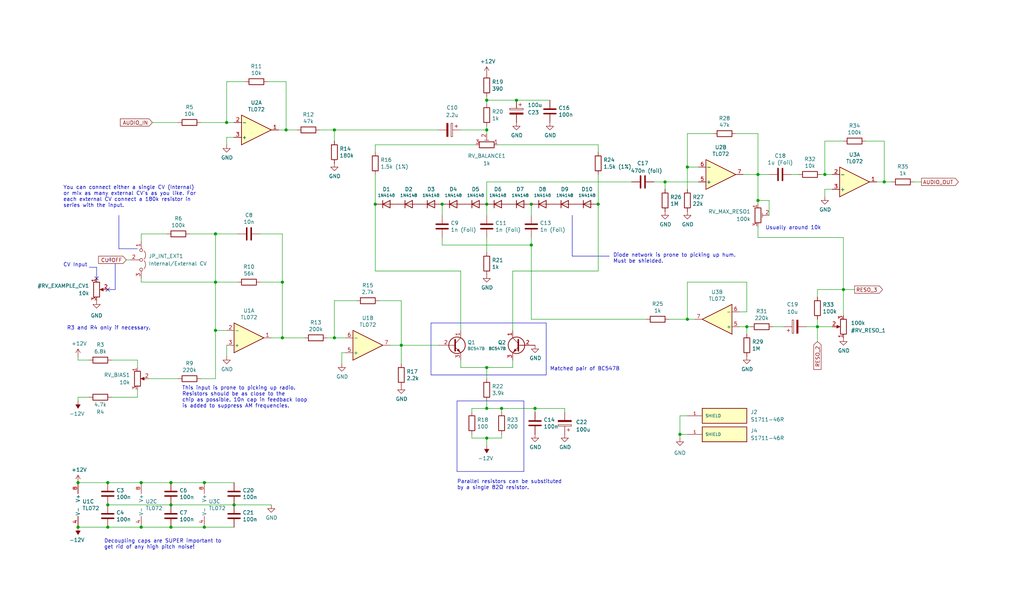
<source format=kicad_sch>
(kicad_sch (version 20231120) (generator "eeschema") (generator_version "8.0")
  (paper "User" 350.012 210.007)
  (title_block (title "Steiner-Parker VCF") (date "2022-04-02") (rev "1.0") (company "Shmøergh") (comment 1 "All resistors are 1% except when noted.") (comment 2 "Panel grounds to be star-linked on panel. See \"Power\" sheet for panel ground output."))
  (lib_symbols
    (symbol "Amplifier_Operational:TL072" (pin_names (offset 0.127))
      (property "Reference" "U" (at 0 5.08 0))
      (property "Value" "TL072" (at 0 -5.08 0))
      (symbol "TL072_1_1"
        (polyline (pts (xy -5.08 5.08) (xy 5.08 0) (xy -5.08 -5.08) (xy -5.08 5.08)) (stroke (width 0.254)) (fill (type background)))
        (pin output line (at 7.62 0 180) (length 2.54) (name "~") (number "1"))
        (pin input line (at -7.62 -2.54 0) (length 2.54) (name "-") (number "2"))
        (pin input line (at -7.62 2.54 0) (length 2.54) (name "+") (number "3"))
      )
      (symbol "TL072_2_1"
        (polyline (pts (xy -5.08 5.08) (xy 5.08 0) (xy -5.08 -5.08) (xy -5.08 5.08)) (stroke (width 0.254)) (fill (type background)))
        (pin input line (at -7.62 2.54 0) (length 2.54) (name "+") (number "5"))
        (pin input line (at -7.62 -2.54 0) (length 2.54) (name "-") (number "6"))
        (pin output line (at 7.62 0 180) (length 2.54) (name "~") (number "7"))
      )
      (symbol "TL072_3_1"
        (pin power_in line (at -2.54 -7.62 90) (length 3.81) (name "V-") (number "4"))
        (pin power_in line (at -2.54 7.62 270) (length 3.81) (name "V+") (number "8"))
      )
    )
    (symbol "Device:C" (pin_numbers hide) (pin_names (offset 0.254))
      (property "Reference" "C" (at 0.635 2.54 0))
      (property "Value" "C" (at 0.635 -2.54 0))
      (symbol "C_0_1"
        (polyline (pts (xy -2.032 -0.762) (xy 2.032 -0.762)) (stroke (width 0.508)))
        (polyline (pts (xy -2.032 0.762) (xy 2.032 0.762)) (stroke (width 0.508)))
      )
      (symbol "C_1_1"
        (pin passive line (at 0 3.81 270) (length 2.794) (name "~") (number "1"))
        (pin passive line (at 0 -3.81 90) (length 2.794) (name "~") (number "2"))
      )
    )
    (symbol "Device:C_Polarized" (pin_numbers hide) (pin_names (offset 0.254))
      (property "Reference" "C" (at 0.635 2.54 0))
      (property "Value" "C_Polarized" (at 0.635 -2.54 0))
      (symbol "C_Polarized_0_1"
        (rectangle (start -2.286 0.508) (end 2.286 1.016))
        (polyline (pts (xy -1.778 2.286) (xy -0.762 2.286)))
        (polyline (pts (xy -1.27 2.794) (xy -1.27 1.778)))
        (rectangle (start 2.286 -0.508) (end -2.286 -1.016) (fill (type outline)))
      )
      (symbol "C_Polarized_1_1"
        (pin passive line (at 0 3.81 270) (length 2.794) (name "~") (number "1"))
        (pin passive line (at 0 -3.81 90) (length 2.794) (name "~") (number "2"))
      )
    )
    (symbol "Device:D" (pin_numbers hide) (pin_names (offset 1.016) hide)
      (property "Reference" "D" (at 0 2.54 0))
      (property "Value" "D" (at 0 -2.54 0))
      (symbol "D_0_1"
        (polyline (pts (xy -1.27 1.27) (xy -1.27 -1.27)) (stroke (width 0.254)))
        (polyline (pts (xy 1.27 0) (xy -1.27 0)))
        (polyline (pts (xy 1.27 1.27) (xy 1.27 -1.27) (xy -1.27 0) (xy 1.27 1.27)) (stroke (width 0.254)))
      )
      (symbol "D_1_1"
        (pin passive line (at -3.81 0 0) (length 2.54) (name "K") (number "1"))
        (pin passive line (at 3.81 0 180) (length 2.54) (name "A") (number "2"))
      )
    )
    (symbol "Device:R" (pin_numbers hide) (pin_names (offset 0))
      (property "Reference" "R" (at 2.032 0 90))
      (property "Value" "R" (at 0 0 90))
      (symbol "R_0_1"
        (rectangle (start -1.016 -2.54) (end 1.016 2.54) (stroke (width 0.254)))
      )
      (symbol "R_1_1"
        (pin passive line (at 0 3.81 270) (length 1.27) (name "~") (number "1"))
        (pin passive line (at 0 -3.81 90) (length 1.27) (name "~") (number "2"))
      )
    )
    (symbol "Device:R_Potentiometer" (pin_names (offset 1.016) hide)
      (property "Reference" "RV" (at -4.445 0 90))
      (property "Value" "R_Potentiometer" (at -2.54 0 90))
      (symbol "R_Potentiometer_0_1"
        (polyline (pts (xy 2.54 0) (xy 1.524 0)))
        (polyline (pts (xy 1.143 0) (xy 2.286 0.508) (xy 2.286 -0.508) (xy 1.143 0)) (fill (type outline)))
        (rectangle (start 1.016 2.54) (end -1.016 -2.54) (stroke (width 0.254)))
      )
      (symbol "R_Potentiometer_1_1"
        (pin passive line (at 0 3.81 270) (length 1.27) (name "1") (number "1"))
        (pin passive line (at 3.81 0 180) (length 1.27) (name "2") (number "2"))
        (pin passive line (at 0 -3.81 90) (length 1.27) (name "3") (number "3"))
      )
    )
    (symbol "Device:R_Potentiometer_Trim" (pin_names (offset 1.016) hide)
      (property "Reference" "RV" (at -4.445 0 90))
      (property "Value" "R_Potentiometer_Trim" (at -2.54 0 90))
      (symbol "R_Potentiometer_Trim_0_1"
        (polyline (pts (xy 1.524 0.762) (xy 1.524 -0.762)))
        (polyline (pts (xy 2.54 0) (xy 1.524 0)))
        (rectangle (start 1.016 2.54) (end -1.016 -2.54) (stroke (width 0.254)))
      )
      (symbol "R_Potentiometer_Trim_1_1"
        (pin passive line (at 0 3.81 270) (length 1.27) (name "1") (number "1"))
        (pin passive line (at 3.81 0 180) (length 1.27) (name "2") (number "2"))
        (pin passive line (at 0 -3.81 90) (length 1.27) (name "3") (number "3"))
      )
    )
    (symbol "Jumper:Jumper_3_Open" (pin_names (offset 0) hide)
      (property "Reference" "JP" (at -2.54 -2.54 0))
      (property "Value" "Jumper_3_Open" (at 0 2.794 0))
      (symbol "Jumper_3_Open_0_0"
        (circle (center -3.302 0) (radius 0.508))
        (circle (center 0 0) (radius 0.508))
        (circle (center 3.302 0) (radius 0.508))
      )
      (symbol "Jumper_3_Open_0_1"
        (arc (start -0.254 1.016) (mid -1.651 1.4992) (end -3.048 1.016))
        (polyline (pts (xy 0 -0.508) (xy 0 -1.27)))
        (arc (start 3.048 1.016) (mid 1.651 1.4992) (end 0.254 1.016))
      )
      (symbol "Jumper_3_Open_1_1"
        (pin passive line (at -6.35 0 0) (length 2.54) (name "A") (number "1"))
        (pin passive line (at 0 -3.81 90) (length 2.54) (name "C") (number "2"))
        (pin passive line (at 6.35 0 180) (length 2.54) (name "B") (number "3"))
      )
    )
    (symbol "Shmoergh-Custom-Components:S1711-46R" (pin_names (offset 1.016))
      (property "Reference" "J" (at -7.62 3.302 0))
      (property "Value" "S1711-46R" (at -7.62 -5.08 0))
      (symbol "S1711-46R_0_0"
        (rectangle (start -7.62 -2.54) (end 7.62 2.54) (stroke (width 0.254)) (fill (type background)))
        (pin passive line (at -12.7 0 0) (length 5.08) (name "SHIELD") (number "1"))
      )
    )
    (symbol "Transistor_BJT:BC547" (pin_names (offset 0) hide)
      (property "Reference" "Q" (at 5.08 1.905 0))
      (property "Value" "BC547" (at 5.08 0 0))
      (symbol "BC547_0_1"
        (polyline (pts (xy 0 0) (xy 0.635 0)))
        (polyline (pts (xy 0.635 0.635) (xy 2.54 2.54)))
        (polyline (pts (xy 0.635 -0.635) (xy 2.54 -2.54) (xy 2.54 -2.54)))
        (polyline (pts (xy 0.635 1.905) (xy 0.635 -1.905) (xy 0.635 -1.905)) (stroke (width 0.508)))
        (polyline (pts (xy 1.27 -1.778) (xy 1.778 -1.27) (xy 2.286 -2.286) (xy 1.27 -1.778) (xy 1.27 -1.778)) (fill (type outline)))
        (circle (center 1.27 0) (radius 2.8194) (stroke (width 0.254)))
      )
      (symbol "BC547_1_1"
        (pin passive line (at 2.54 5.08 270) (length 2.54) (name "C") (number "1"))
        (pin input line (at -5.08 0 0) (length 5.08) (name "B") (number "2"))
        (pin passive line (at 2.54 -5.08 90) (length 2.54) (name "E") (number "3"))
      )
    )
    (symbol "power:+12V" (power) (pin_names (offset 0))
      (property "Value" "+12V" (at 0 3.556 0))
      (symbol "+12V_0_1"
        (polyline (pts (xy -0.762 1.27) (xy 0 2.54)))
        (polyline (pts (xy 0 0) (xy 0 2.54)))
        (polyline (pts (xy 0 2.54) (xy 0.762 1.27)))
      )
      (symbol "+12V_1_1"
        (pin power_in line (at 0 0 90) (length 0) hide (name "+12V") (number "1"))
      )
    )
    (symbol "power:-12V" (power) (pin_names (offset 0))
      (property "Value" "-12V" (at 0 3.81 0))
      (symbol "-12V_0_0"
        (pin power_in line (at 0 0 90) (length 0) hide (name "-12V") (number "1"))
      )
      (symbol "-12V_0_1"
        (polyline (pts (xy 0 0) (xy 0 1.27) (xy 0.762 1.27) (xy 0 2.54) (xy -0.762 1.27) (xy 0 1.27)) (fill (type outline)))
      )
    )
    (symbol "power:GND" (power) (pin_names (offset 0))
      (property "Value" "GND" (at 0 -3.81 0))
      (symbol "GND_0_1"
        (polyline (pts (xy 0 0) (xy 0 -1.27) (xy 1.27 -1.27) (xy 0 -2.54) (xy -1.27 -1.27) (xy 0 -1.27)))
      )
      (symbol "GND_1_1"
        (pin power_in line (at 0 0 270) (length 0) hide (name "GND") (number "1"))
      )
    )
  )
  (junction (at 234.95 57.15))
  (junction (at 48.26 180.34))
  (junction (at 288.29 99.06))
  (junction (at 96.52 96.52))
  (junction (at 227.33 62.23))
  (junction (at 73.66 80.01))
  (junction (at 36.83 180.34))
  (junction (at 259.08 59.69))
  (junction (at 58.42 165.1))
  (junction (at 232.41 148.59))
  (junction (at 181.61 69.85))
  (junction (at 73.66 113.03))
  (junction (at 96.52 115.57))
  (junction (at 114.3 115.57))
  (junction (at 166.37 44.45))
  (junction (at 302.26 62.23))
  (junction (at 26.67 180.34))
  (junction (at 73.66 96.52))
  (junction (at 128.27 69.85))
  (junction (at 166.37 125.73))
  (junction (at 234.95 109.22))
  (junction (at 166.37 139.7))
  (junction (at 69.85 180.34))
  (junction (at 166.37 149.86))
  (junction (at 48.26 165.1))
  (junction (at 69.85 165.1))
  (junction (at 171.45 139.7))
  (junction (at 80.01 172.72))
  (junction (at 166.37 69.85))
  (junction (at 166.37 34.29))
  (junction (at 204.47 69.85))
  (junction (at 181.61 83.82))
  (junction (at 77.47 41.91))
  (junction (at 58.42 180.34))
  (junction (at 176.53 34.29))
  (junction (at 58.42 172.72))
  (junction (at 97.79 44.45))
  (junction (at 137.16 118.11))
  (junction (at 26.67 165.1))
  (junction (at 279.4 111.76))
  (junction (at 114.3 44.45))
  (junction (at 281.94 59.69))
  (junction (at 182.88 139.7))
  (junction (at 259.08 68.58))
  (junction (at 36.83 172.72))
  (junction (at 151.13 69.85))
  (junction (at 255.27 111.76))
  (junction (at 36.83 165.1))
  (no_connect (at 33.02 95.25))
  (no_connect (at 36.83 99.06))
  (wire (pts (xy 288.29 81.28) (xy 288.29 99.06)))
  (wire (pts (xy 109.22 44.45) (xy 114.3 44.45)))
  (polyline (pts (xy 156.21 161.29) (xy 156.21 137.16)))
  (wire (pts (xy 73.66 129.54) (xy 73.66 113.03)))
  (wire (pts (xy 220.98 109.22) (xy 181.61 109.22)))
  (wire (pts (xy 259.08 81.28) (xy 288.29 81.28)))
  (wire (pts (xy 26.67 180.34) (xy 36.83 180.34)))
  (wire (pts (xy 26.67 123.19) (xy 30.48 123.19)))
  (wire (pts (xy 255.27 106.68) (xy 255.27 96.52)))
  (wire (pts (xy 48.26 180.34) (xy 58.42 180.34)))
  (wire (pts (xy 288.29 99.06) (xy 292.1 99.06)))
  (wire (pts (xy 116.84 120.65) (xy 116.84 124.46)))
  (wire (pts (xy 281.94 64.77) (xy 281.94 67.31)))
  (wire (pts (xy 281.94 48.26) (xy 281.94 59.69)))
  (wire (pts (xy 166.37 34.29) (xy 166.37 35.56)))
  (wire (pts (xy 175.26 125.73) (xy 175.26 123.19)))
  (wire (pts (xy 171.45 149.86) (xy 171.45 148.59)))
  (wire (pts (xy 73.66 113.03) (xy 77.47 113.03)))
  (wire (pts (xy 166.37 33.02) (xy 166.37 34.29)))
  (wire (pts (xy 181.61 109.22) (xy 181.61 83.82)))
  (wire (pts (xy 36.83 172.72) (xy 58.42 172.72)))
  (wire (pts (xy 48.26 96.52) (xy 73.66 96.52)))
  (wire (pts (xy 151.13 81.28) (xy 151.13 83.82)))
  (polyline (pts (xy 195.58 87.63) (xy 208.28 87.63)))
  (wire (pts (xy 68.58 129.54) (xy 73.66 129.54)))
  (wire (pts (xy 95.25 44.45) (xy 97.79 44.45)))
  (wire (pts (xy 166.37 62.23) (xy 215.9 62.23)))
  (wire (pts (xy 157.48 123.19) (xy 157.48 125.73)))
  (wire (pts (xy 284.48 64.77) (xy 281.94 64.77)))
  (wire (pts (xy 97.79 27.94) (xy 97.79 44.45)))
  (polyline (pts (xy 40.64 73.66) (xy 40.64 85.09)))
  (wire (pts (xy 50.8 129.54) (xy 60.96 129.54)))
  (wire (pts (xy 175.26 92.71) (xy 204.47 92.71)))
  (wire (pts (xy 129.54 102.87) (xy 137.16 102.87)))
  (wire (pts (xy 137.16 102.87) (xy 137.16 118.11)))
  (wire (pts (xy 161.29 139.7) (xy 161.29 140.97)))
  (wire (pts (xy 69.85 180.34) (xy 80.01 180.34)))
  (wire (pts (xy 204.47 49.53) (xy 204.47 52.07)))
  (wire (pts (xy 26.67 121.92) (xy 26.67 123.19)))
  (wire (pts (xy 58.42 172.72) (xy 80.01 172.72)))
  (wire (pts (xy 171.45 139.7) (xy 166.37 139.7)))
  (wire (pts (xy 176.53 34.29) (xy 187.96 34.29)))
  (polyline (pts (xy 186.69 128.27) (xy 147.32 128.27)))
  (wire (pts (xy 48.26 95.25) (xy 48.26 96.52)))
  (polyline (pts (xy 36.83 88.9) (xy 38.1 88.9)))
  (wire (pts (xy 243.84 45.72) (xy 234.95 45.72)))
  (wire (pts (xy 227.33 64.77) (xy 227.33 62.23)))
  (wire (pts (xy 96.52 115.57) (xy 92.71 115.57)))
  (wire (pts (xy 252.73 106.68) (xy 255.27 106.68)))
  (wire (pts (xy 128.27 49.53) (xy 128.27 52.07)))
  (wire (pts (xy 80.01 46.99) (xy 77.47 46.99)))
  (wire (pts (xy 166.37 43.18) (xy 166.37 44.45)))
  (wire (pts (xy 234.95 64.77) (xy 234.95 57.15)))
  (wire (pts (xy 259.08 77.47) (xy 259.08 81.28)))
  (wire (pts (xy 52.07 41.91) (xy 60.96 41.91)))
  (wire (pts (xy 77.47 27.94) (xy 77.47 41.91)))
  (wire (pts (xy 234.95 142.24) (xy 232.41 142.24)))
  (wire (pts (xy 302.26 62.23) (xy 299.72 62.23)))
  (wire (pts (xy 262.89 68.58) (xy 259.08 68.58)))
  (wire (pts (xy 193.04 139.7) (xy 182.88 139.7)))
  (polyline (pts (xy 36.83 99.06) (xy 39.37 99.06)))
  (wire (pts (xy 114.3 102.87) (xy 114.3 115.57)))
  (wire (pts (xy 279.4 99.06) (xy 288.29 99.06)))
  (wire (pts (xy 166.37 129.54) (xy 166.37 125.73)))
  (wire (pts (xy 161.29 149.86) (xy 166.37 149.86)))
  (wire (pts (xy 259.08 59.69) (xy 254 59.69)))
  (wire (pts (xy 166.37 137.16) (xy 166.37 139.7)))
  (wire (pts (xy 151.13 83.82) (xy 181.61 83.82)))
  (wire (pts (xy 137.16 124.46) (xy 137.16 118.11)))
  (wire (pts (xy 81.28 96.52) (xy 73.66 96.52)))
  (wire (pts (xy 80.01 172.72) (xy 92.71 172.72)))
  (wire (pts (xy 256.54 111.76) (xy 255.27 111.76)))
  (wire (pts (xy 166.37 139.7) (xy 161.29 139.7)))
  (wire (pts (xy 223.52 62.23) (xy 227.33 62.23)))
  (wire (pts (xy 77.47 118.11) (xy 77.47 121.92)))
  (wire (pts (xy 234.95 109.22) (xy 237.49 109.22)))
  (wire (pts (xy 48.26 165.1) (xy 58.42 165.1)))
  (polyline (pts (xy 39.37 90.17) (xy 39.37 99.06)))
  (wire (pts (xy 204.47 69.85) (xy 204.47 92.71)))
  (wire (pts (xy 259.08 59.69) (xy 259.08 68.58)))
  (wire (pts (xy 48.26 80.01) (xy 57.15 80.01)))
  (wire (pts (xy 166.37 152.4) (xy 166.37 149.86)))
  (polyline (pts (xy 33.02 91.44) (xy 33.02 95.25)))
  (wire (pts (xy 171.45 140.97) (xy 171.45 139.7)))
  (wire (pts (xy 166.37 81.28) (xy 166.37 86.36)))
  (wire (pts (xy 77.47 46.99) (xy 77.47 49.53)))
  (wire (pts (xy 96.52 96.52) (xy 96.52 115.57)))
  (wire (pts (xy 81.28 80.01) (xy 73.66 80.01)))
  (wire (pts (xy 128.27 69.85) (xy 128.27 92.71)))
  (wire (pts (xy 64.77 80.01) (xy 73.66 80.01)))
  (wire (pts (xy 166.37 44.45) (xy 166.37 45.72)))
  (wire (pts (xy 288.29 48.26) (xy 281.94 48.26)))
  (wire (pts (xy 175.26 113.03) (xy 175.26 92.71)))
  (wire (pts (xy 279.4 111.76) (xy 284.48 111.76)))
  (wire (pts (xy 96.52 80.01) (xy 96.52 96.52)))
  (wire (pts (xy 234.95 96.52) (xy 234.95 109.22)))
  (wire (pts (xy 267.97 111.76) (xy 264.16 111.76)))
  (wire (pts (xy 58.42 180.34) (xy 69.85 180.34)))
  (wire (pts (xy 118.11 120.65) (xy 116.84 120.65)))
  (wire (pts (xy 166.37 125.73) (xy 175.26 125.73)))
  (wire (pts (xy 295.91 48.26) (xy 302.26 48.26)))
  (wire (pts (xy 43.18 88.9) (xy 44.45 88.9)))
  (wire (pts (xy 251.46 45.72) (xy 259.08 45.72)))
  (wire (pts (xy 48.26 82.55) (xy 48.26 80.01)))
  (polyline (pts (xy 147.32 110.49) (xy 186.69 110.49)))
  (wire (pts (xy 182.88 139.7) (xy 182.88 140.97)))
  (wire (pts (xy 259.08 68.58) (xy 259.08 69.85)))
  (polyline (pts (xy 147.32 128.27) (xy 147.32 110.49)))
  (wire (pts (xy 204.47 59.69) (xy 204.47 69.85)))
  (wire (pts (xy 114.3 44.45) (xy 149.86 44.45)))
  (wire (pts (xy 161.29 148.59) (xy 161.29 149.86)))
  (wire (pts (xy 97.79 44.45) (xy 101.6 44.45)))
  (wire (pts (xy 69.85 165.1) (xy 80.01 165.1)))
  (wire (pts (xy 104.14 115.57) (xy 96.52 115.57)))
  (wire (pts (xy 162.56 49.53) (xy 128.27 49.53)))
  (wire (pts (xy 166.37 34.29) (xy 176.53 34.29)))
  (wire (pts (xy 279.4 101.6) (xy 279.4 99.06)))
  (wire (pts (xy 128.27 59.69) (xy 128.27 69.85)))
  (polyline (pts (xy 179.07 161.29) (xy 156.21 161.29)))
  (wire (pts (xy 232.41 148.59) (xy 232.41 149.86)))
  (wire (pts (xy 170.18 49.53) (xy 204.47 49.53)))
  (wire (pts (xy 281.94 59.69) (xy 284.48 59.69)))
  (wire (pts (xy 137.16 118.11) (xy 133.35 118.11)))
  (wire (pts (xy 255.27 111.76) (xy 252.73 111.76)))
  (wire (pts (xy 279.4 111.76) (xy 279.4 116.84)))
  (wire (pts (xy 262.89 73.66) (xy 262.89 68.58)))
  (polyline (pts (xy 186.69 110.49) (xy 186.69 128.27)))
  (wire (pts (xy 193.04 140.97) (xy 193.04 139.7)))
  (polyline (pts (xy 30.48 91.44) (xy 33.02 91.44)))
  (polyline (pts (xy 179.07 137.16) (xy 179.07 161.29)))
  (polyline (pts (xy 156.21 137.16) (xy 179.07 137.16)))
  (wire (pts (xy 304.8 62.23) (xy 302.26 62.23)))
  (wire (pts (xy 157.48 92.71) (xy 157.48 113.03)))
  (wire (pts (xy 36.83 165.1) (xy 48.26 165.1)))
  (wire (pts (xy 157.48 44.45) (xy 166.37 44.45)))
  (wire (pts (xy 181.61 83.82) (xy 181.61 81.28)))
  (wire (pts (xy 273.05 59.69) (xy 270.51 59.69)))
  (wire (pts (xy 182.88 139.7) (xy 171.45 139.7)))
  (wire (pts (xy 121.92 102.87) (xy 114.3 102.87)))
  (wire (pts (xy 114.3 115.57) (xy 118.11 115.57)))
  (wire (pts (xy 77.47 41.91) (xy 80.01 41.91)))
  (wire (pts (xy 255.27 114.3) (xy 255.27 111.76)))
  (wire (pts (xy 73.66 96.52) (xy 73.66 113.03)))
  (wire (pts (xy 302.26 48.26) (xy 302.26 62.23)))
  (wire (pts (xy 232.41 148.59) (xy 234.95 148.59)))
  (wire (pts (xy 46.99 123.19) (xy 46.99 125.73)))
  (wire (pts (xy 26.67 137.16) (xy 26.67 135.89)))
  (wire (pts (xy 114.3 48.26) (xy 114.3 44.45)))
  (wire (pts (xy 128.27 92.71) (xy 157.48 92.71)))
  (wire (pts (xy 36.83 165.1) (xy 26.67 165.1)))
  (wire (pts (xy 166.37 62.23) (xy 166.37 69.85)))
  (wire (pts (xy 280.67 59.69) (xy 281.94 59.69)))
  (wire (pts (xy 38.1 135.89) (xy 46.99 135.89)))
  (wire (pts (xy 46.99 135.89) (xy 46.99 133.35)))
  (wire (pts (xy 157.48 125.73) (xy 166.37 125.73)))
  (wire (pts (xy 88.9 96.52) (xy 96.52 96.52)))
  (wire (pts (xy 259.08 45.72) (xy 259.08 59.69)))
  (wire (pts (xy 151.13 73.66) (xy 151.13 69.85)))
  (wire (pts (xy 73.66 80.01) (xy 73.66 96.52)))
  (wire (pts (xy 36.83 180.34) (xy 48.26 180.34)))
  (wire (pts (xy 88.9 80.01) (xy 96.52 80.01)))
  (wire (pts (xy 255.27 96.52) (xy 234.95 96.52)))
  (wire (pts (xy 234.95 45.72) (xy 234.95 57.15)))
  (wire (pts (xy 149.86 118.11) (xy 137.16 118.11)))
  (wire (pts (xy 166.37 149.86) (xy 171.45 149.86)))
  (polyline (pts (xy 195.58 73.66) (xy 195.58 87.63)))
  (wire (pts (xy 314.96 62.23) (xy 312.42 62.23)))
  (wire (pts (xy 232.41 142.24) (xy 232.41 148.59)))
  (wire (pts (xy 181.61 73.66) (xy 181.61 69.85)))
  (polyline (pts (xy 40.64 85.09) (xy 46.99 85.09)))
  (wire (pts (xy 38.1 123.19) (xy 46.99 123.19)))
  (wire (pts (xy 228.6 109.22) (xy 234.95 109.22)))
  (wire (pts (xy 83.82 27.94) (xy 77.47 27.94)))
  (wire (pts (xy 262.89 59.69) (xy 259.08 59.69)))
  (wire (pts (xy 288.29 99.06) (xy 288.29 107.95)))
  (wire (pts (xy 58.42 165.1) (xy 69.85 165.1)))
  (wire (pts (xy 68.58 41.91) (xy 77.47 41.91)))
  (wire (pts (xy 275.59 111.76) (xy 279.4 111.76)))
  (wire (pts (xy 238.76 62.23) (xy 227.33 62.23)))
  (wire (pts (xy 166.37 69.85) (xy 166.37 73.66)))
  (wire (pts (xy 26.67 135.89) (xy 30.48 135.89)))
  (wire (pts (xy 234.95 57.15) (xy 238.76 57.15)))
  (wire (pts (xy 279.4 109.22) (xy 279.4 111.76)))
  (wire (pts (xy 91.44 27.94) (xy 97.79 27.94)))
  (wire (pts (xy 111.76 115.57) (xy 114.3 115.57)))
  (text "CV Input" (at 21.59 91.44 0) (effects (font (size 1.27 1.27)) (justify left bottom)))
  (text "This input is prone to picking up radio. \nResistors should be as close to the \nchip as possible. 10n cap in feedback loop\nis added to suppress AM frequencies." (at 62.23 139.7 0) (effects (font (size 1.27 1.27)) (justify left bottom)))
  (text "Decoupling caps are SUPER important to \nget rid of any high pitch noise!" (at 35.56 187.96 0) (effects (font (size 1.27 1.27)) (justify left bottom)))
  (text "Matched pair of BC547B" (at 187.96 127 0) (effects (font (size 1.27 1.27)) (justify left bottom)))
  (text "R3 and R4 only if necessary." (at 22.86 113.03 0) (effects (font (size 1.27 1.27)) (justify left bottom)))
  (text "Parallel resistors can be substituted\nby a single 82Ω resistor." (at 156.21 167.64 0) (effects (font (size 1.27 1.27)) (justify left bottom)))
  (text "Usually around 10k" (at 261.62 78.74 0) (effects (font (size 1.27 1.27)) (justify left bottom)))
  (text "You can connect either a single CV (Internal)\nor mix as many external CV's as you like. For\neach external CV connect a 180k resistor in\nseries with the input." (at 21.59 71.12 0) (effects (font (size 1.27 1.27)) (justify left bottom)))
  (text "Diode network is prone to picking up hum. \nMust be shielded." (at 209.55 90.17 0) (effects (font (size 1.27 1.27)) (justify left bottom)))
  (global_label "AUDIO_OUT" (shape output) (at 314.96 62.23 0) (property "Intersheetrefs" "${INTERSHEET_REFS}" (effects (hide yes))))
  (global_label "AUDIO_IN" (shape input) (at 52.07 41.91 180) (property "Intersheetrefs" "${INTERSHEET_REFS}" (effects (hide yes))))
  (global_label "RESO_2" (shape input) (at 279.4 116.84 270) (property "Intersheetrefs" "${INTERSHEET_REFS}" (effects (hide yes))))
  (global_label "RESO_3" (shape output) (at 292.1 99.06 0) (property "Intersheetrefs" "${INTERSHEET_REFS}" (effects (hide yes))))
  (global_label "CUTOFF" (shape input) (at 43.18 88.9 180) (property "Intersheetrefs" "${INTERSHEET_REFS}" (effects (hide yes))))
  (symbol (lib_id "Amplifier_Operational:TL072") (at 85.09 115.57 0) (mirror x) (unit 1)
    (property "Reference" "U1" (at 85.09 106.2482 0))
    (property "Value" "TL072" (at 85.09 108.5596 0))
    (property "Footprint" "Package_SO:SOIC-8_3.9x4.9mm_P1.27mm" (effects (hide yes)))
    (property "Datasheet" "http://www.ti.com/lit/ds/symlink/tl071.pdf" (effects (hide yes)))
    (property "LCSC" "C6961" (effects (hide yes)))
  )
  (symbol (lib_id "Amplifier_Operational:TL072") (at 125.73 118.11 0) (mirror x) (unit 2)
    (property "Reference" "U1" (at 125.73 108.7882 0))
    (property "Value" "TL072" (at 125.73 111.0996 0))
    (property "Footprint" "Package_SO:SOIC-8_3.9x4.9mm_P1.27mm" (effects (hide yes)))
    (property "Datasheet" "http://www.ti.com/lit/ds/symlink/tl071.pdf" (effects (hide yes)))
    (property "LCSC" "C6961" (effects (hide yes)))
  )
  (symbol (lib_id "Amplifier_Operational:TL072") (at 29.21 172.72 0) (unit 3)
    (property "Reference" "U1" (at 28.1432 171.5516 0) (effects (justify left)))
    (property "Value" "TL072" (at 28.1432 173.863 0) (effects (justify left)))
    (property "Footprint" "Package_SO:SOIC-8_3.9x4.9mm_P1.27mm" (effects (hide yes)))
    (property "Datasheet" "http://www.ti.com/lit/ds/symlink/tl071.pdf" (effects (hide yes)))
    (property "LCSC" "C6961" (effects (hide yes)))
  )
  (symbol (lib_id "power:+12V") (at 26.67 165.1 0) (unit 1)
    (property "Reference" "#PWR012" (effects (hide yes)))
    (property "Value" "+12V" (at 27.051 160.7058 0))
  )
  (symbol (lib_id "power:-12V") (at 26.67 180.34 180) (unit 1)
    (property "Reference" "#PWR013" (effects (hide yes)))
    (property "Value" "-12V" (at 26.289 184.7342 0))
  )
  (symbol (lib_id "Device:C") (at 36.83 168.91 0) (unit 1)
    (property "Reference" "C3" (at 39.751 167.7416 0) (effects (justify left)))
    (property "Value" "100n" (at 39.751 170.053 0) (effects (justify left)))
    (property "Footprint" "Capacitor_SMD:C_0603_1608Metric_Pad1.08x0.95mm_HandSolder" (effects (hide yes)))
    (property "LCSC" "C14663" (effects (hide yes)))
  )
  (symbol (lib_id "power:GND") (at 92.71 172.72 0) (unit 1)
    (property "Reference" "#PWR021" (effects (hide yes)))
    (property "Value" "GND" (at 92.837 177.1142 0))
  )
  (symbol (lib_id "Device:R") (at 64.77 129.54 270) (unit 1)
    (property "Reference" "R9" (at 64.77 124.2822 90))
    (property "Value" "220k" (at 64.77 126.5936 90))
    (property "Footprint" "Resistor_SMD:R_0603_1608Metric_Pad0.98x0.95mm_HandSolder" (effects (hide yes)))
    (property "LCSC" "C22961" (effects (hide yes)))
  )
  (symbol (lib_id "Device:R") (at 34.29 123.19 270) (unit 1) (in_bom no)
    (property "Reference" "R3" (at 34.29 117.9322 90))
    (property "Value" "6.8k" (at 34.29 120.2436 90))
    (property "Footprint" "Shmoergh_Custom_Footprints:R_Axial_DIN0207_L6.3mm_D2.5mm_P7.62mm_Horizontal" (effects (hide yes)))
  )
  (symbol (lib_id "Device:R") (at 34.29 135.89 270) (unit 1) (in_bom no)
    (property "Reference" "R4" (at 34.29 140.97 90))
    (property "Value" "4.7k" (at 34.29 138.43 90))
    (property "Footprint" "Shmoergh_Custom_Footprints:R_Axial_DIN0207_L6.3mm_D2.5mm_P7.62mm_Horizontal" (effects (hide yes)))
  )
  (symbol (lib_id "power:-12V") (at 26.67 137.16 180) (unit 1)
    (property "Reference" "#PWR011" (effects (hide yes)))
    (property "Value" "-12V" (at 26.289 141.5542 0))
  )
  (symbol (lib_id "power:+12V") (at 26.67 121.92 0) (unit 1)
    (property "Reference" "#PWR010" (effects (hide yes)))
    (property "Value" "+12V" (at 27.051 117.5258 0))
  )
  (symbol (lib_id "power:GND") (at 77.47 121.92 0) (unit 1)
    (property "Reference" "#PWR023" (effects (hide yes)))
    (property "Value" "GND" (at 77.597 126.3142 0))
  )
  (symbol (lib_id "Device:R") (at 85.09 96.52 270) (unit 1)
    (property "Reference" "R10" (at 85.09 91.2622 90))
    (property "Value" "56k" (at 85.09 93.5736 90))
    (property "Footprint" "Resistor_SMD:R_0603_1608Metric_Pad0.98x0.95mm_HandSolder" (effects (hide yes)))
    (property "LCSC" "C23206" (effects (hide yes)))
  )
  (symbol (lib_id "Device:R") (at 107.95 115.57 270) (unit 1)
    (property "Reference" "R13" (at 107.95 110.3122 90))
    (property "Value" "200k" (at 107.95 112.6236 90))
    (property "Footprint" "Resistor_SMD:R_0603_1608Metric_Pad0.98x0.95mm_HandSolder" (effects (hide yes)))
    (property "LCSC" "C25811" (effects (hide yes)))
  )
  (symbol (lib_id "Device:R") (at 125.73 102.87 270) (unit 1)
    (property "Reference" "R15" (at 125.73 97.6122 90))
    (property "Value" "2.7k" (at 125.73 99.9236 90))
    (property "Footprint" "Resistor_SMD:R_0603_1608Metric_Pad0.98x0.95mm_HandSolder" (effects (hide yes)))
    (property "LCSC" "C13167" (effects (hide yes)))
  )
  (symbol (lib_id "Device:R") (at 137.16 128.27 0) (unit 1)
    (property "Reference" "R17" (at 138.938 127.1016 0) (effects (justify left)))
    (property "Value" "2.2k" (at 138.938 129.413 0) (effects (justify left)))
    (property "Footprint" "Resistor_SMD:R_0603_1608Metric_Pad0.98x0.95mm_HandSolder" (effects (hide yes)))
    (property "LCSC" "C4190" (effects (hide yes)))
  )
  (symbol (lib_id "power:GND") (at 137.16 132.08 0) (unit 1)
    (property "Reference" "#PWR026" (effects (hide yes)))
    (property "Value" "GND" (at 137.287 136.4742 0))
  )
  (symbol (lib_id "power:GND") (at 116.84 124.46 0) (unit 1)
    (property "Reference" "#PWR025" (effects (hide yes)))
    (property "Value" "GND" (at 116.967 128.8542 0))
  )
  (symbol (lib_id "Transistor_BJT:BC547") (at 154.94 118.11 0) (unit 1) (in_bom no)
    (property "Reference" "Q1" (at 159.766 117.1448 0) (effects (justify left)))
    (property "Value" "BC547B" (at 159.766 119.253 0) (effects (font (size 0.9906 0.9906)) (justify left)))
    (property "Footprint" "Package_TO_SOT_THT:TO-92_Inline_Wide" (effects (hide yes)))
    (property "Datasheet" "https://www.onsemi.com/pub/Collateral/BC550-D.pdf" (effects (hide yes)))
  )
  (symbol (lib_id "Transistor_BJT:BC547") (at 177.8 118.11 0) (mirror y) (unit 1) (in_bom no)
    (property "Reference" "Q2" (at 172.9486 117.1448 0) (effects (justify left)))
    (property "Value" "BC547B" (at 172.9486 119.253 0) (effects (font (size 0.9906 0.9906)) (justify left)))
    (property "Footprint" "Package_TO_SOT_THT:TO-92_Inline_Wide" (effects (hide yes)))
    (property "Datasheet" "https://www.onsemi.com/pub/Collateral/BC550-D.pdf" (effects (hide yes)))
  )
  (symbol (lib_id "Device:R") (at 166.37 133.35 0) (unit 1)
    (property "Reference" "R22" (at 168.148 132.1816 0) (effects (justify left)))
    (property "Value" "3.9k" (at 168.148 134.493 0) (effects (justify left)))
    (property "Footprint" "Resistor_SMD:R_0603_1608Metric_Pad0.98x0.95mm_HandSolder" (effects (hide yes)))
    (property "LCSC" "C23018" (effects (hide yes)))
  )
  (symbol (lib_id "Device:R") (at 161.29 144.78 0) (unit 1)
    (property "Reference" "R18" (at 163.068 143.6116 0) (effects (justify left)))
    (property "Value" "100" (at 163.068 145.923 0) (effects (justify left)))
    (property "Footprint" "Resistor_SMD:R_0603_1608Metric_Pad0.98x0.95mm_HandSolder" (effects (hide yes)))
    (property "LCSC" "C22775" (effects (hide yes)))
  )
  (symbol (lib_id "Device:R") (at 171.45 144.78 0) (unit 1)
    (property "Reference" "R23" (at 173.228 143.6116 0) (effects (justify left)))
    (property "Value" "200" (at 173.228 145.923 0) (effects (justify left)))
    (property "Footprint" "Resistor_SMD:R_0603_1608Metric_Pad0.98x0.95mm_HandSolder" (effects (hide yes)))
    (property "LCSC" "C8218" (effects (hide yes)))
  )
  (symbol (lib_id "power:GND") (at 193.04 148.59 0) (unit 1)
    (property "Reference" "#PWR034" (effects (hide yes)))
    (property "Value" "GND" (at 193.167 152.9842 0))
  )
  (symbol (lib_id "Device:C") (at 151.13 77.47 0) (unit 1) (in_bom no)
    (property "Reference" "C9" (at 154.051 76.3016 0) (effects (justify left)))
    (property "Value" "1n (Foil)" (at 154.051 78.613 0) (effects (justify left)))
    (property "Footprint" "Capacitor_THT:C_Rect_L7.0mm_W2.5mm_P5.00mm" (effects (hide yes)))
  )
  (symbol (lib_id "Device:C") (at 166.37 77.47 0) (unit 1) (in_bom no)
    (property "Reference" "C11" (at 169.291 76.3016 0) (effects (justify left)))
    (property "Value" "1n (Foil)" (at 169.291 78.613 0) (effects (justify left)))
    (property "Footprint" "Capacitor_THT:C_Rect_L7.0mm_W2.5mm_P5.00mm" (effects (hide yes)))
  )
  (symbol (lib_id "Device:C") (at 181.61 77.47 0) (unit 1) (in_bom no)
    (property "Reference" "C13" (at 184.531 76.3016 0) (effects (justify left)))
    (property "Value" "1n (Foil)" (at 184.531 78.613 0) (effects (justify left)))
    (property "Footprint" "Capacitor_THT:C_Rect_L7.0mm_W2.5mm_P5.00mm" (effects (hide yes)))
  )
  (symbol (lib_id "Device:R") (at 166.37 90.17 0) (unit 1)
    (property "Reference" "R21" (at 168.148 89.0016 0) (effects (justify left)))
    (property "Value" "1k" (at 168.148 91.313 0) (effects (justify left)))
    (property "Footprint" "Resistor_SMD:R_0603_1608Metric_Pad0.98x0.95mm_HandSolder" (effects (hide yes)))
    (property "LCSC" "C21190" (effects (hide yes)))
  )
  (symbol (lib_id "power:GND") (at 166.37 93.98 0) (unit 1)
    (property "Reference" "#PWR028" (effects (hide yes)))
    (property "Value" "GND" (at 166.497 98.3742 0))
  )
  (symbol (lib_id "Device:D") (at 132.08 69.85 0) (unit 1)
    (property "Reference" "D1" (at 132.08 64.7446 0))
    (property "Value" "1N4148" (at 132.08 66.8528 0) (effects (font (size 0.9906 0.9906))))
    (property "Footprint" "Diode_SMD:D_SOD-123" (effects (hide yes)))
    (property "LCSC" "C81598" (effects (hide yes)))
    (property "Sim.Device" "D" (effects (hide yes)))
    (property "Sim.Pins" "1=K 2=A" (effects (hide yes)))
  )
  (symbol (lib_id "Device:R") (at 128.27 55.88 0) (unit 1)
    (property "Reference" "R16" (at 130.048 54.7116 0) (effects (justify left)))
    (property "Value" "1.5k (1%)" (at 130.048 57.023 0) (effects (justify left)))
    (property "Footprint" "Resistor_SMD:R_0603_1608Metric_Pad0.98x0.95mm_HandSolder" (effects (hide yes)))
    (property "LCSC" "C22843" (effects (hide yes)))
  )
  (symbol (lib_id "Device:R") (at 204.47 55.88 0) (unit 1)
    (property "Reference" "R24" (at 206.248 54.7116 0) (effects (justify left)))
    (property "Value" "1.5k (1%)" (at 206.248 57.023 0) (effects (justify left)))
    (property "Footprint" "Resistor_SMD:R_0603_1608Metric_Pad0.98x0.95mm_HandSolder" (effects (hide yes)))
    (property "LCSC" "C22843" (effects (hide yes)))
  )
  (symbol (lib_id "power:GND") (at 182.88 118.11 0) (unit 1)
    (property "Reference" "#PWR031" (effects (hide yes)))
    (property "Value" "GND" (at 183.007 122.5042 0))
  )
  (symbol (lib_id "power:-12V") (at 166.37 152.4 180) (unit 1)
    (property "Reference" "#PWR029" (effects (hide yes)))
    (property "Value" "-12V" (at 165.989 156.7942 0))
  )
  (symbol (lib_id "Device:R") (at 166.37 39.37 0) (unit 1)
    (property "Reference" "R20" (at 168.148 38.2016 0) (effects (justify left)))
    (property "Value" "1k" (at 168.148 40.513 0) (effects (justify left)))
    (property "Footprint" "Resistor_SMD:R_0603_1608Metric_Pad0.98x0.95mm_HandSolder" (effects (hide yes)))
    (property "LCSC" "C21190" (effects (hide yes)))
  )
  (symbol (lib_id "Device:R") (at 166.37 29.21 0) (unit 1)
    (property "Reference" "R19" (at 168.148 28.0416 0) (effects (justify left)))
    (property "Value" "390" (at 168.148 30.353 0) (effects (justify left)))
    (property "Footprint" "Resistor_SMD:R_0603_1608Metric_Pad0.98x0.95mm_HandSolder" (effects (hide yes)))
    (property "LCSC" "C23151" (effects (hide yes)))
  )
  (symbol (lib_id "power:GND") (at 176.53 41.91 0) (unit 1)
    (property "Reference" "#PWR030" (effects (hide yes)))
    (property "Value" "GND" (at 176.657 46.3042 0))
  )
  (symbol (lib_id "power:+12V") (at 166.37 25.4 0) (unit 1)
    (property "Reference" "#PWR027" (effects (hide yes)))
    (property "Value" "+12V" (at 166.751 21.0058 0))
  )
  (symbol (lib_id "Device:R") (at 114.3 52.07 0) (unit 1)
    (property "Reference" "R14" (at 116.078 50.9016 0) (effects (justify left)))
    (property "Value" "180k" (at 116.078 53.213 0) (effects (justify left)))
    (property "Footprint" "Resistor_SMD:R_0603_1608Metric_Pad0.98x0.95mm_HandSolder" (effects (hide yes)))
    (property "LCSC" "C3016400" (effects (hide yes)))
  )
  (symbol (lib_id "power:GND") (at 114.3 55.88 0) (unit 1)
    (property "Reference" "#PWR024" (effects (hide yes)))
    (property "Value" "GND" (at 114.427 60.2742 0))
  )
  (symbol (lib_id "Device:R") (at 105.41 44.45 270) (unit 1)
    (property "Reference" "R12" (at 105.41 39.1922 90))
    (property "Value" "47k" (at 105.41 41.5036 90))
    (property "Footprint" "Resistor_SMD:R_0603_1608Metric_Pad0.98x0.95mm_HandSolder" (effects (hide yes)))
    (property "LCSC" "C25819" (effects (hide yes)))
  )
  (symbol (lib_id "power:GND") (at 77.47 49.53 0) (unit 1)
    (property "Reference" "#PWR022" (effects (hide yes)))
    (property "Value" "GND" (at 77.597 53.9242 0))
  )
  (symbol (lib_id "Device:R") (at 87.63 27.94 270) (unit 1)
    (property "Reference" "R11" (at 87.63 22.6822 90))
    (property "Value" "10k" (at 87.63 24.9936 90))
    (property "Footprint" "Resistor_SMD:R_0603_1608Metric_Pad0.98x0.95mm_HandSolder" (effects (hide yes)))
    (property "LCSC" "C25804" (effects (hide yes)))
  )
  (symbol (lib_id "Device:R") (at 64.77 41.91 270) (unit 1)
    (property "Reference" "R5" (at 64.77 36.6522 90))
    (property "Value" "10k" (at 64.77 38.9636 90))
    (property "Footprint" "Resistor_SMD:R_0603_1608Metric_Pad0.98x0.95mm_HandSolder" (effects (hide yes)))
    (property "LCSC" "C25804" (effects (hide yes)))
  )
  (symbol (lib_id "Device:C") (at 219.71 62.23 270) (unit 1) (in_bom no)
    (property "Reference" "C17" (at 219.71 55.8292 90))
    (property "Value" "470n (foil)" (at 220.98 58.42 90))
    (property "Footprint" "Capacitor_THT:C_Rect_L7.0mm_W3.5mm_P5.00mm" (effects (hide yes)))
  )
  (symbol (lib_id "Device:R") (at 227.33 68.58 0) (unit 1)
    (property "Reference" "R26" (at 229.108 67.4116 0) (effects (justify left)))
    (property "Value" "1M" (at 229.108 69.723 0) (effects (justify left)))
    (property "Footprint" "Resistor_SMD:R_0603_1608Metric_Pad0.98x0.95mm_HandSolder" (effects (hide yes)))
    (property "LCSC" "C22935" (effects (hide yes)))
  )
  (symbol (lib_id "power:GND") (at 227.33 72.39 0) (unit 1)
    (property "Reference" "#PWR035" (effects (hide yes)))
    (property "Value" "GND" (at 227.457 76.7842 0))
  )
  (symbol (lib_id "Device:R") (at 234.95 68.58 0) (unit 1)
    (property "Reference" "R27" (at 236.728 67.4116 0) (effects (justify left)))
    (property "Value" "22k" (at 236.728 69.723 0) (effects (justify left)))
    (property "Footprint" "Resistor_SMD:R_0603_1608Metric_Pad0.98x0.95mm_HandSolder" (effects (hide yes)))
    (property "LCSC" "C31850" (effects (hide yes)))
  )
  (symbol (lib_id "power:GND") (at 234.95 72.39 0) (unit 1)
    (property "Reference" "#PWR036" (effects (hide yes)))
    (property "Value" "GND" (at 235.077 76.7842 0))
  )
  (symbol (lib_id "Device:R") (at 247.65 45.72 270) (unit 1)
    (property "Reference" "R28" (at 247.65 40.4622 90))
    (property "Value" "47k" (at 247.65 42.7736 90))
    (property "Footprint" "Resistor_SMD:R_0603_1608Metric_Pad0.98x0.95mm_HandSolder" (effects (hide yes)))
    (property "LCSC" "C25819" (effects (hide yes)))
  )
  (symbol (lib_id "Device:R") (at 276.86 59.69 270) (unit 1)
    (property "Reference" "R32" (at 276.86 54.4322 90))
    (property "Value" "10k" (at 276.86 56.7436 90))
    (property "Footprint" "Resistor_SMD:R_0603_1608Metric_Pad0.98x0.95mm_HandSolder" (effects (hide yes)))
    (property "LCSC" "C25804" (effects (hide yes)))
  )
  (symbol (lib_id "power:GND") (at 281.94 67.31 0) (unit 1)
    (property "Reference" "#PWR038" (effects (hide yes)))
    (property "Value" "GND" (at 282.067 71.7042 0))
  )
  (symbol (lib_id "Device:R") (at 292.1 48.26 270) (unit 1)
    (property "Reference" "R34" (at 292.1 43.0022 90))
    (property "Value" "100k" (at 292.1 45.3136 90))
    (property "Footprint" "Resistor_SMD:R_0603_1608Metric_Pad0.98x0.95mm_HandSolder" (effects (hide yes)))
    (property "LCSC" "C25803" (effects (hide yes)))
  )
  (symbol (lib_id "Device:R") (at 308.61 62.23 270) (unit 1)
    (property "Reference" "R35" (at 308.61 56.9722 90))
    (property "Value" "1k" (at 308.61 59.2836 90))
    (property "Footprint" "Resistor_SMD:R_0603_1608Metric_Pad0.98x0.95mm_HandSolder" (effects (hide yes)))
    (property "LCSC" "C21190" (effects (hide yes)))
  )
  (symbol (lib_id "Device:R") (at 279.4 105.41 0) (unit 1)
    (property "Reference" "R33" (at 281.178 104.2416 0) (effects (justify left)))
    (property "Value" "100k" (at 281.178 106.553 0) (effects (justify left)))
    (property "Footprint" "Resistor_SMD:R_0603_1608Metric_Pad0.98x0.95mm_HandSolder" (effects (hide yes)))
    (property "LCSC" "C25803" (effects (hide yes)))
  )
  (symbol (lib_id "power:GND") (at 288.29 115.57 0) (unit 1)
    (property "Reference" "#PWR039" (effects (hide yes)))
    (property "Value" "GND" (at 288.417 119.9642 0))
  )
  (symbol (lib_id "Device:R") (at 260.35 111.76 270) (unit 1)
    (property "Reference" "R31" (at 260.35 106.5022 90))
    (property "Value" "220k" (at 260.35 108.8136 90))
    (property "Footprint" "Resistor_SMD:R_0603_1608Metric_Pad0.98x0.95mm_HandSolder" (effects (hide yes)))
    (property "LCSC" "C22961" (effects (hide yes)))
  )
  (symbol (lib_id "Device:R") (at 255.27 118.11 0) (unit 1)
    (property "Reference" "R29" (at 257.048 116.9416 0) (effects (justify left)))
    (property "Value" "1M" (at 257.048 119.253 0) (effects (justify left)))
    (property "Footprint" "Resistor_SMD:R_0603_1608Metric_Pad0.98x0.95mm_HandSolder" (effects (hide yes)))
    (property "LCSC" "C22935" (effects (hide yes)))
  )
  (symbol (lib_id "power:GND") (at 255.27 121.92 0) (unit 1)
    (property "Reference" "#PWR037" (effects (hide yes)))
    (property "Value" "GND" (at 255.397 126.3142 0))
  )
  (symbol (lib_id "Device:R") (at 224.79 109.22 270) (unit 1)
    (property "Reference" "R25" (at 224.79 103.9622 90))
    (property "Value" "1k" (at 224.79 106.2736 90))
    (property "Footprint" "Resistor_SMD:R_0603_1608Metric_Pad0.98x0.95mm_HandSolder" (effects (hide yes)))
    (property "LCSC" "C21190" (effects (hide yes)))
  )
  (symbol (lib_id "Device:R") (at 60.96 80.01 270) (unit 1)
    (property "Reference" "R6" (at 60.96 74.7522 90))
    (property "Value" "100k" (at 60.96 77.0636 90))
    (property "Footprint" "Resistor_SMD:R_0603_1608Metric_Pad0.98x0.95mm_HandSolder" (effects (hide yes)))
    (property "LCSC" "C25803" (effects (hide yes)))
  )
  (symbol (lib_id "power:GND") (at 182.88 148.59 0) (unit 1)
    (property "Reference" "#PWR032" (effects (hide yes)))
    (property "Value" "GND" (at 183.007 152.9842 0))
  )
  (symbol (lib_id "power:GND") (at 187.96 41.91 0) (unit 1)
    (property "Reference" "#PWR033" (effects (hide yes)))
    (property "Value" "GND" (at 188.087 46.3042 0))
  )
  (symbol (lib_id "Device:C") (at 85.09 80.01 270) (unit 1)
    (property "Reference" "C8" (at 85.09 73.6092 90))
    (property "Value" "10n" (at 85.09 75.9206 90))
    (property "Footprint" "Capacitor_SMD:C_0603_1608Metric_Pad1.08x0.95mm_HandSolder" (effects (hide yes)))
    (property "LCSC" "C57112" (effects (hide yes)))
  )
  (symbol (lib_id "Device:C") (at 266.7 59.69 270) (unit 1) (in_bom no)
    (property "Reference" "C18" (at 266.7 53.2892 90))
    (property "Value" "1u (Foil)" (at 266.7 55.6006 90))
    (property "Footprint" "Capacitor_THT:C_Rect_L7.0mm_W4.5mm_P5.00mm" (effects (hide yes)))
  )
  (symbol (lib_id "Device:R_Potentiometer_Trim") (at 166.37 49.53 270) (mirror x) (unit 1) (in_bom no)
    (property "Reference" "RV_BALANCE1" (at 166.37 53.34 90))
    (property "Value" "1k" (at 166.37 55.88 90))
    (property "Footprint" "Potentiometer_THT:Potentiometer_ACP_CA6-H2,5_Horizontal" (effects (hide yes)))
  )
  (symbol (lib_id "Amplifier_Operational:TL072") (at 72.39 172.72 0) (unit 3)
    (property "Reference" "U3" (at 71.3232 171.5516 0) (effects (justify left)))
    (property "Value" "TL072" (at 71.3232 173.863 0) (effects (justify left)))
    (property "Footprint" "Package_SO:SOIC-8_3.9x4.9mm_P1.27mm" (effects (hide yes)))
    (property "Datasheet" "http://www.ti.com/lit/ds/symlink/tl071.pdf" (effects (hide yes)))
    (property "LCSC" "C6961" (effects (hide yes)))
  )
  (symbol (lib_id "Device:C_Polarized") (at 193.04 144.78 180) (unit 1) (in_bom no)
    (property "Reference" "C22" (at 196.85 144.399 0) (effects (justify right)))
    (property "Value" "100u" (at 196.85 146.939 0) (effects (justify right)))
    (property "Footprint" "Capacitor_THT:CP_Radial_D6.3mm_P2.50mm" (effects (hide yes)))
  )
  (symbol (lib_id "Device:R_Potentiometer") (at 33.02 99.06 0) (unit 1)
    (property "Reference" "#RV_EXAMPLE_CV1" (at 30.48 97.7899 0) (effects (justify right)))
    (property "Value" "10k" (at 30.48 100.3299 0) (effects (justify right)))
    (property "Footprint" "Shmoergh_Manual_PCB:NSL25_01x03_Vertical" (effects (hide yes)))
  )
  (symbol (lib_id "Amplifier_Operational:TL072") (at 245.11 109.22 180) (unit 2)
    (property "Reference" "U3" (at 245.11 99.8982 0))
    (property "Value" "TL072" (at 245.11 102.2096 0))
    (property "Footprint" "Package_SO:SOIC-8_3.9x4.9mm_P1.27mm" (effects (hide yes)))
    (property "Datasheet" "http://www.ti.com/lit/ds/symlink/tl071.pdf" (effects (hide yes)))
    (property "LCSC" "C6961" (effects (hide yes)))
  )
  (symbol (lib_id "Shmoergh-Custom-Components:S1711-46R") (at 247.65 148.59 0) (unit 1) (in_bom no)
    (property "Reference" "J4" (at 256.54 147.32 0) (effects (justify left)))
    (property "Value" "S1711-46R" (at 256.54 149.86 0) (effects (justify left)))
    (property "Footprint" "Shmoergh_Custom_Footprints:HARWIN_S1711-46R" (effects (hide yes)))
    (property "Description" "\nRFI SHIELD CLIP TIN SMD\n" (effects (hide yes)))
    (property "MF" "Harwin Inc." (effects (hide yes)))
    (property "MAXIMUM_PACKAGE_HEIGHT" "3.55mm" (effects (hide yes)))
    (property "Package" "None" (effects (hide yes)))
    (property "Price" "None" (effects (hide yes)))
    (property "Check_prices" "https://www.snapeda.com/parts/S1711-46R/Harwin+Inc./view-part/?ref=eda" (effects (hide yes)))
    (property "STANDARD" "Manufacturer Recommendations" (effects (hide yes)))
    (property "PARTREV" "23/10/18" (effects (hide yes)))
    (property "SnapEDA_Link" "https://www.snapeda.com/parts/S1711-46R/Harwin+Inc./view-part/?ref=snap" (effects (hide yes)))
    (property "MP" "S1711-46R" (effects (hide yes)))
    (property "Purchase-URL" "https://www.snapeda.com/api/url_track_click_mouser/?unipart_id=2172610&manufacturer=Harwin Inc.&part_name=S1711-46R&search_term=None" (effects (hide yes)))
    (property "Availability" "In Stock" (effects (hide yes)))
    (property "MANUFACTURER" "Harwin" (effects (hide yes)))
  )
  (symbol (lib_id "Device:C") (at 58.42 168.91 0) (unit 1)
    (property "Reference" "C6" (at 61.341 167.7416 0) (effects (justify left)))
    (property "Value" "100n" (at 61.341 170.053 0) (effects (justify left)))
    (property "Footprint" "Capacitor_SMD:C_0603_1608Metric_Pad1.08x0.95mm_HandSolder" (effects (hide yes)))
    (property "LCSC" "C14663" (effects (hide yes)))
  )
  (symbol (lib_id "Device:C") (at 58.42 176.53 0) (unit 1)
    (property "Reference" "C7" (at 61.341 175.3616 0) (effects (justify left)))
    (property "Value" "100n" (at 61.341 177.673 0) (effects (justify left)))
    (property "Footprint" "Capacitor_SMD:C_0603_1608Metric_Pad1.08x0.95mm_HandSolder" (effects (hide yes)))
    (property "LCSC" "C14663" (effects (hide yes)))
  )
  (symbol (lib_id "Device:R_Potentiometer_Trim") (at 259.08 73.66 0) (unit 1) (in_bom no)
    (property "Reference" "RV_MAX_RESO1" (at 256.54 72.3899 0) (effects (justify right)))
    (property "Value" "100k" (at 256.54 74.9299 0) (effects (justify right)))
    (property "Footprint" "Potentiometer_THT:Potentiometer_ACP_CA6-H2,5_Horizontal" (effects (hide yes)))
  )
  (symbol (lib_id "Device:C_Polarized") (at 176.53 38.1 0) (mirror y) (unit 1) (in_bom no)
    (property "Reference" "C23" (at 180.34 38.481 0) (effects (justify right)))
    (property "Value" "100u" (at 180.34 35.941 0) (effects (justify right)))
    (property "Footprint" "Capacitor_THT:CP_Radial_D6.3mm_P2.50mm" (effects (hide yes)))
  )
  (symbol (lib_id "Device:D") (at 147.32 69.85 0) (unit 1)
    (property "Reference" "D3" (at 147.32 64.7446 0))
    (property "Value" "1N4148" (at 147.32 66.8528 0) (effects (font (size 0.9906 0.9906))))
    (property "Footprint" "Diode_SMD:D_SOD-123" (effects (hide yes)))
    (property "LCSC" "C81598" (effects (hide yes)))
    (property "Sim.Device" "D" (effects (hide yes)))
    (property "Sim.Pins" "1=K 2=A" (effects (hide yes)))
  )
  (symbol (lib_id "Jumper:Jumper_3_Open") (at 48.26 88.9 270) (unit 1) (in_bom no)
    (property "Reference" "JP_INT_EXT1" (at 50.8 87.6299 90) (effects (justify left)))
    (property "Value" "Internal/External CV" (at 50.8 90.1699 90) (effects (justify left)))
    (property "Footprint" "Connector_PinSocket_2.54mm:PinSocket_1x03_P2.54mm_Vertical" (effects (hide yes)))
  )
  (symbol (lib_id "Device:R_Potentiometer") (at 46.99 129.54 0) (unit 1) (in_bom no)
    (property "Reference" "RV_BIAS1" (at 44.45 128.2699 0) (effects (justify right)))
    (property "Value" "10k" (at 44.45 130.8099 0) (effects (justify right)))
    (property "Footprint" "Potentiometer_THT:Potentiometer_ACP_CA6-H2,5_Horizontal" (effects (hide yes)))
  )
  (symbol (lib_id "Device:R_Potentiometer") (at 288.29 111.76 180) (unit 1) (in_bom no)
    (property "Reference" "#RV_RESO_1" (at 290.83 113.03 0) (effects (justify right)))
    (property "Value" "100k" (at 290.83 110.49 0) (effects (justify right)))
    (property "Footprint" "Connector_PinHeader_2.54mm:PinHeader_1x03_P2.54mm_Vertical" (effects (hide yes)))
  )
  (symbol (lib_id "Amplifier_Operational:TL072") (at 87.63 44.45 0) (mirror x) (unit 1)
    (property "Reference" "U2" (at 87.63 35.1282 0))
    (property "Value" "TL072" (at 87.63 37.4396 0))
    (property "Footprint" "Package_SO:SOIC-8_3.9x4.9mm_P1.27mm" (effects (hide yes)))
    (property "Datasheet" "http://www.ti.com/lit/ds/symlink/tl071.pdf" (effects (hide yes)))
    (property "LCSC" "C6961" (effects (hide yes)))
  )
  (symbol (lib_id "Amplifier_Operational:TL072") (at 50.8 172.72 0) (unit 3)
    (property "Reference" "U2" (at 49.7332 171.5516 0) (effects (justify left)))
    (property "Value" "TL072" (at 49.7332 173.863 0) (effects (justify left)))
    (property "Footprint" "Package_SO:SOIC-8_3.9x4.9mm_P1.27mm" (effects (hide yes)))
    (property "Datasheet" "http://www.ti.com/lit/ds/symlink/tl071.pdf" (effects (hide yes)))
    (property "LCSC" "C6961" (effects (hide yes)))
  )
  (symbol (lib_id "Device:C_Polarized") (at 153.67 44.45 270) (unit 1) (in_bom no)
    (property "Reference" "C10" (at 154.559 36.83 90))
    (property "Value" "2.2u" (at 154.559 39.37 90))
    (property "Footprint" "Capacitor_THT:CP_Radial_D6.3mm_P2.50mm" (effects (hide yes)))
  )
  (symbol (lib_id "power:GND") (at 232.41 149.86 0) (unit 1)
    (property "Reference" "#PWR014" (effects (hide yes)))
    (property "Value" "GND" (at 232.41 154.94 0))
  )
  (symbol (lib_id "Device:D") (at 154.94 69.85 0) (unit 1)
    (property "Reference" "D4" (at 154.94 64.7446 0))
    (property "Value" "1N4148" (at 154.94 66.8528 0) (effects (font (size 0.9906 0.9906))))
    (property "Footprint" "Diode_SMD:D_SOD-123" (effects (hide yes)))
    (property "LCSC" "C81598" (effects (hide yes)))
    (property "Sim.Device" "D" (effects (hide yes)))
    (property "Sim.Pins" "1=K 2=A" (effects (hide yes)))
  )
  (symbol (lib_id "Device:D") (at 170.18 69.85 0) (unit 1)
    (property "Reference" "D6" (at 170.18 64.7446 0))
    (property "Value" "1N4148" (at 170.18 66.8528 0) (effects (font (size 0.9906 0.9906))))
    (property "Footprint" "Diode_SMD:D_SOD-123" (effects (hide yes)))
    (property "LCSC" "C81598" (effects (hide yes)))
    (property "Sim.Device" "D" (effects (hide yes)))
    (property "Sim.Pins" "1=K 2=A" (effects (hide yes)))
  )
  (symbol (lib_id "Device:C") (at 80.01 176.53 0) (unit 1)
    (property "Reference" "C21" (at 82.931 175.3616 0) (effects (justify left)))
    (property "Value" "100n" (at 82.931 177.673 0) (effects (justify left)))
    (property "Footprint" "Capacitor_SMD:C_0603_1608Metric_Pad1.08x0.95mm_HandSolder" (effects (hide yes)))
    (property "LCSC" "C14663" (effects (hide yes)))
  )
  (symbol (lib_id "Amplifier_Operational:TL072") (at 292.1 62.23 0) (mirror x) (unit 1)
    (property "Reference" "U3" (at 292.1 52.9082 0))
    (property "Value" "TL072" (at 292.1 55.2196 0))
    (property "Footprint" "Package_SO:SOIC-8_3.9x4.9mm_P1.27mm" (effects (hide yes)))
    (property "Datasheet" "http://www.ti.com/lit/ds/symlink/tl071.pdf" (effects (hide yes)))
    (property "LCSC" "C6961" (effects (hide yes)))
  )
  (symbol (lib_id "Device:C") (at 187.96 38.1 0) (unit 1)
    (property "Reference" "C16" (at 190.881 36.9316 0) (effects (justify left)))
    (property "Value" "100n" (at 190.881 39.243 0) (effects (justify left)))
    (property "Footprint" "Capacitor_SMD:C_0603_1608Metric_Pad1.08x0.95mm_HandSolder" (effects (hide yes)))
    (property "LCSC" "C14663" (effects (hide yes)))
  )
  (symbol (lib_id "Device:D") (at 200.66 69.85 0) (unit 1)
    (property "Reference" "D10" (at 200.66 64.7446 0))
    (property "Value" "1N4148" (at 200.66 66.8528 0) (effects (font (size 0.9906 0.9906))))
    (property "Footprint" "Diode_SMD:D_SOD-123" (effects (hide yes)))
    (property "LCSC" "C81598" (effects (hide yes)))
    (property "Sim.Device" "D" (effects (hide yes)))
    (property "Sim.Pins" "1=K 2=A" (effects (hide yes)))
  )
  (symbol (lib_id "Shmoergh-Custom-Components:S1711-46R") (at 247.65 142.24 0) (unit 1) (in_bom no)
    (property "Reference" "J2" (at 256.54 140.97 0) (effects (justify left)))
    (property "Value" "S1711-46R" (at 256.54 143.51 0) (effects (justify left)))
    (property "Footprint" "Shmoergh_Custom_Footprints:HARWIN_S1711-46R" (effects (hide yes)))
    (property "Description" "\nRFI SHIELD CLIP TIN SMD\n" (effects (hide yes)))
    (property "MF" "Harwin Inc." (effects (hide yes)))
    (property "MAXIMUM_PACKAGE_HEIGHT" "3.55mm" (effects (hide yes)))
    (property "Package" "None" (effects (hide yes)))
    (property "Price" "None" (effects (hide yes)))
    (property "Check_prices" "https://www.snapeda.com/parts/S1711-46R/Harwin+Inc./view-part/?ref=eda" (effects (hide yes)))
    (property "STANDARD" "Manufacturer Recommendations" (effects (hide yes)))
    (property "PARTREV" "23/10/18" (effects (hide yes)))
    (property "SnapEDA_Link" "https://www.snapeda.com/parts/S1711-46R/Harwin+Inc./view-part/?ref=snap" (effects (hide yes)))
    (property "MP" "S1711-46R" (effects (hide yes)))
    (property "Purchase-URL" "https://www.snapeda.com/api/url_track_click_mouser/?unipart_id=2172610&manufacturer=Harwin Inc.&part_name=S1711-46R&search_term=None" (effects (hide yes)))
    (property "Availability" "In Stock" (effects (hide yes)))
    (property "MANUFACTURER" "Harwin" (effects (hide yes)))
  )
  (symbol (lib_id "power:GND") (at 33.02 102.87 0) (unit 1)
    (property "Reference" "#PWR0101" (effects (hide yes)))
    (property "Value" "GND" (at 33.02 107.95 0))
  )
  (symbol (lib_id "Device:C") (at 36.83 176.53 0) (unit 1)
    (property "Reference" "C4" (at 39.751 175.3616 0) (effects (justify left)))
    (property "Value" "100n" (at 39.751 177.673 0) (effects (justify left)))
    (property "Footprint" "Capacitor_SMD:C_0603_1608Metric_Pad1.08x0.95mm_HandSolder" (effects (hide yes)))
    (property "LCSC" "C14663" (effects (hide yes)))
  )
  (symbol (lib_id "Device:C") (at 182.88 144.78 0) (unit 1)
    (property "Reference" "C14" (at 185.801 143.6116 0) (effects (justify left)))
    (property "Value" "100n" (at 185.801 145.923 0) (effects (justify left)))
    (property "Footprint" "Capacitor_SMD:C_0603_1608Metric_Pad1.08x0.95mm_HandSolder" (effects (hide yes)))
    (property "LCSC" "C14663" (effects (hide yes)))
  )
  (symbol (lib_id "Device:D") (at 185.42 69.85 0) (unit 1)
    (property "Reference" "D8" (at 185.42 64.7446 0))
    (property "Value" "1N4148" (at 185.42 66.8528 0) (effects (font (size 0.9906 0.9906))))
    (property "Footprint" "Diode_SMD:D_SOD-123" (effects (hide yes)))
    (property "LCSC" "C81598" (effects (hide yes)))
    (property "Sim.Device" "D" (effects (hide yes)))
    (property "Sim.Pins" "1=K 2=A" (effects (hide yes)))
  )
  (symbol (lib_id "Device:C") (at 80.01 168.91 0) (unit 1)
    (property "Reference" "C20" (at 82.931 167.7416 0) (effects (justify left)))
    (property "Value" "100n" (at 82.931 170.053 0) (effects (justify left)))
    (property "Footprint" "Capacitor_SMD:C_0603_1608Metric_Pad1.08x0.95mm_HandSolder" (effects (hide yes)))
    (property "LCSC" "C14663" (effects (hide yes)))
  )
  (symbol (lib_id "Device:D") (at 139.7 69.85 0) (unit 1)
    (property "Reference" "D2" (at 139.7 64.7446 0))
    (property "Value" "1N4148" (at 139.7 66.8528 0) (effects (font (size 0.9906 0.9906))))
    (property "Footprint" "Diode_SMD:D_SOD-123" (effects (hide yes)))
    (property "LCSC" "C81598" (effects (hide yes)))
    (property "Sim.Device" "D" (effects (hide yes)))
    (property "Sim.Pins" "1=K 2=A" (effects (hide yes)))
  )
  (symbol (lib_id "Device:C_Polarized") (at 271.78 111.76 90) (unit 1) (in_bom no)
    (property "Reference" "C19" (at 270.891 104.14 90))
    (property "Value" "10u" (at 270.891 106.68 90))
    (property "Footprint" "Capacitor_THT:CP_Radial_D6.3mm_P2.50mm" (effects (hide yes)))
  )
  (symbol (lib_id "Device:D") (at 193.04 69.85 0) (unit 1)
    (property "Reference" "D9" (at 193.04 64.7446 0))
    (property "Value" "1N4148" (at 193.04 66.8528 0) (effects (font (size 0.9906 0.9906))))
    (property "Footprint" "Diode_SMD:D_SOD-123" (effects (hide yes)))
    (property "LCSC" "C81598" (effects (hide yes)))
    (property "Sim.Device" "D" (effects (hide yes)))
    (property "Sim.Pins" "1=K 2=A" (effects (hide yes)))
  )
  (symbol (lib_id "Device:D") (at 162.56 69.85 0) (unit 1)
    (property "Reference" "D5" (at 162.56 64.7446 0))
    (property "Value" "1N4148" (at 162.56 66.8528 0) (effects (font (size 0.9906 0.9906))))
    (property "Footprint" "Diode_SMD:D_SOD-123" (effects (hide yes)))
    (property "LCSC" "C81598" (effects (hide yes)))
    (property "Sim.Device" "D" (effects (hide yes)))
    (property "Sim.Pins" "1=K 2=A" (effects (hide yes)))
  )
  (symbol (lib_id "Amplifier_Operational:TL072") (at 246.38 59.69 0) (mirror x) (unit 2)
    (property "Reference" "U2" (at 246.38 50.3682 0))
    (property "Value" "TL072" (at 246.38 52.6796 0))
    (property "Footprint" "Package_SO:SOIC-8_3.9x4.9mm_P1.27mm" (effects (hide yes)))
    (property "Datasheet" "http://www.ti.com/lit/ds/symlink/tl071.pdf" (effects (hide yes)))
    (property "LCSC" "C6961" (effects (hide yes)))
  )
  (symbol (lib_id "Device:D") (at 177.8 69.85 0) (unit 1)
    (property "Reference" "D7" (at 177.8 64.7446 0))
    (property "Value" "1N4148" (at 177.8 66.8528 0) (effects (font (size 0.9906 0.9906))))
    (property "Footprint" "Diode_SMD:D_SOD-123" (effects (hide yes)))
    (property "LCSC" "C81598" (effects (hide yes)))
    (property "Sim.Device" "D" (effects (hide yes)))
    (property "Sim.Pins" "1=K 2=A" (effects (hide yes)))
  )
)
</source>
